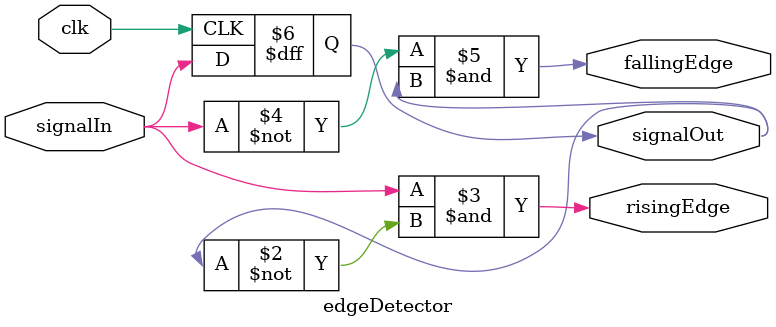
<source format=v>

module edgeDetector(
        //clk is the 100MHz clock and signalIn is the 1kHz clock.
        input clk,
        input signalIn,
        output risingEdge,
        output fallingEdge,
        output reg signalOut
    );

    //periodically sychronising the value of signalOut and signalIn.
    always @(posedge clk) begin
        signalOut = signalIn;
    end

    //risingEdge is true whenever the value of SignalIn quickly goes from 0 to 1 (i.e. the rising edge).
    assign risingEdge = signalIn & ~signalOut;
    assign fallingEdge = ~signalIn & signalOut;
    
endmodule

</source>
